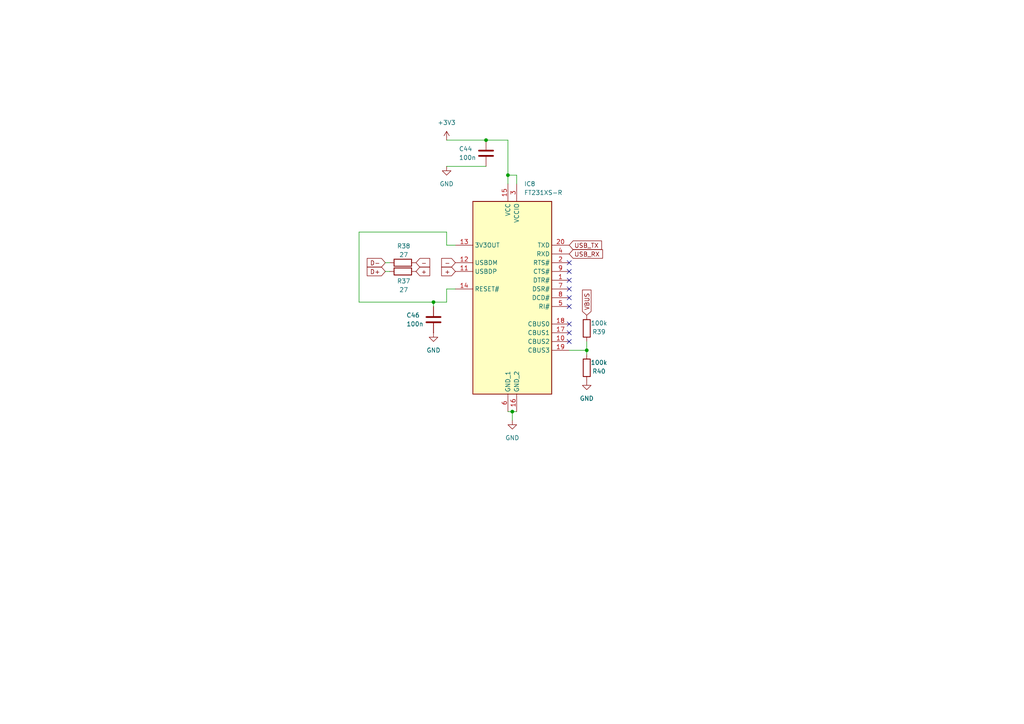
<source format=kicad_sch>
(kicad_sch
	(version 20250114)
	(generator "eeschema")
	(generator_version "9.0")
	(uuid "5513ef1e-82bd-4b5b-bce0-413c19297dca")
	(paper "A4")
	(title_block
		(title "AI Deputy")
		(date "2025-10-29")
		(rev "v0.1")
		(company "Area 42 & Albers-Online Psykologi")
		(comment 1 "SDU")
		(comment 2 "Expert In Teams Semester Project")
	)
	(lib_symbols
		(symbol "Device:C"
			(pin_numbers
				(hide yes)
			)
			(pin_names
				(offset 0.254)
			)
			(exclude_from_sim no)
			(in_bom yes)
			(on_board yes)
			(property "Reference" "C"
				(at 0.635 2.54 0)
				(effects
					(font
						(size 1.27 1.27)
					)
					(justify left)
				)
			)
			(property "Value" "C"
				(at 0.635 -2.54 0)
				(effects
					(font
						(size 1.27 1.27)
					)
					(justify left)
				)
			)
			(property "Footprint" ""
				(at 0.9652 -3.81 0)
				(effects
					(font
						(size 1.27 1.27)
					)
					(hide yes)
				)
			)
			(property "Datasheet" "~"
				(at 0 0 0)
				(effects
					(font
						(size 1.27 1.27)
					)
					(hide yes)
				)
			)
			(property "Description" "Unpolarized capacitor"
				(at 0 0 0)
				(effects
					(font
						(size 1.27 1.27)
					)
					(hide yes)
				)
			)
			(property "ki_keywords" "cap capacitor"
				(at 0 0 0)
				(effects
					(font
						(size 1.27 1.27)
					)
					(hide yes)
				)
			)
			(property "ki_fp_filters" "C_*"
				(at 0 0 0)
				(effects
					(font
						(size 1.27 1.27)
					)
					(hide yes)
				)
			)
			(symbol "C_0_1"
				(polyline
					(pts
						(xy -2.032 0.762) (xy 2.032 0.762)
					)
					(stroke
						(width 0.508)
						(type default)
					)
					(fill
						(type none)
					)
				)
				(polyline
					(pts
						(xy -2.032 -0.762) (xy 2.032 -0.762)
					)
					(stroke
						(width 0.508)
						(type default)
					)
					(fill
						(type none)
					)
				)
			)
			(symbol "C_1_1"
				(pin passive line
					(at 0 3.81 270)
					(length 2.794)
					(name "~"
						(effects
							(font
								(size 1.27 1.27)
							)
						)
					)
					(number "1"
						(effects
							(font
								(size 1.27 1.27)
							)
						)
					)
				)
				(pin passive line
					(at 0 -3.81 90)
					(length 2.794)
					(name "~"
						(effects
							(font
								(size 1.27 1.27)
							)
						)
					)
					(number "2"
						(effects
							(font
								(size 1.27 1.27)
							)
						)
					)
				)
			)
			(embedded_fonts no)
		)
		(symbol "Device:R"
			(pin_numbers
				(hide yes)
			)
			(pin_names
				(offset 0)
			)
			(exclude_from_sim no)
			(in_bom yes)
			(on_board yes)
			(property "Reference" "R"
				(at 2.032 0 90)
				(effects
					(font
						(size 1.27 1.27)
					)
				)
			)
			(property "Value" "R"
				(at 0 0 90)
				(effects
					(font
						(size 1.27 1.27)
					)
				)
			)
			(property "Footprint" ""
				(at -1.778 0 90)
				(effects
					(font
						(size 1.27 1.27)
					)
					(hide yes)
				)
			)
			(property "Datasheet" "~"
				(at 0 0 0)
				(effects
					(font
						(size 1.27 1.27)
					)
					(hide yes)
				)
			)
			(property "Description" "Resistor"
				(at 0 0 0)
				(effects
					(font
						(size 1.27 1.27)
					)
					(hide yes)
				)
			)
			(property "ki_keywords" "R res resistor"
				(at 0 0 0)
				(effects
					(font
						(size 1.27 1.27)
					)
					(hide yes)
				)
			)
			(property "ki_fp_filters" "R_*"
				(at 0 0 0)
				(effects
					(font
						(size 1.27 1.27)
					)
					(hide yes)
				)
			)
			(symbol "R_0_1"
				(rectangle
					(start -1.016 -2.54)
					(end 1.016 2.54)
					(stroke
						(width 0.254)
						(type default)
					)
					(fill
						(type none)
					)
				)
			)
			(symbol "R_1_1"
				(pin passive line
					(at 0 3.81 270)
					(length 1.27)
					(name "~"
						(effects
							(font
								(size 1.27 1.27)
							)
						)
					)
					(number "1"
						(effects
							(font
								(size 1.27 1.27)
							)
						)
					)
				)
				(pin passive line
					(at 0 -3.81 90)
					(length 1.27)
					(name "~"
						(effects
							(font
								(size 1.27 1.27)
							)
						)
					)
					(number "2"
						(effects
							(font
								(size 1.27 1.27)
							)
						)
					)
				)
			)
			(embedded_fonts no)
		)
		(symbol "FT231XS-R:FT231XS-R"
			(exclude_from_sim no)
			(in_bom yes)
			(on_board yes)
			(property "Reference" "IC"
				(at 29.21 17.78 0)
				(effects
					(font
						(size 1.27 1.27)
					)
					(justify left top)
				)
			)
			(property "Value" "FT231XS-R"
				(at 29.21 15.24 0)
				(effects
					(font
						(size 1.27 1.27)
					)
					(justify left top)
				)
			)
			(property "Footprint" "SOP64P599X175-20N"
				(at 29.21 -84.76 0)
				(effects
					(font
						(size 1.27 1.27)
					)
					(justify left top)
					(hide yes)
				)
			)
			(property "Datasheet" "https://datasheet.datasheetarchive.com/originals/distributors/Datasheets_SAMA/824938d1687833d6997706543241551a.pdf"
				(at 29.21 -184.76 0)
				(effects
					(font
						(size 1.27 1.27)
					)
					(justify left top)
					(hide yes)
				)
			)
			(property "Description" "FTDI Chip FT231XS-R, Interface RS232, RS422, RS485, SIE, UART 3MBd, 5 V, 20-pin, SSOP"
				(at 0 0 0)
				(effects
					(font
						(size 1.27 1.27)
					)
					(hide yes)
				)
			)
			(property "Height" "1.753"
				(at 29.21 -384.76 0)
				(effects
					(font
						(size 1.27 1.27)
					)
					(justify left top)
					(hide yes)
				)
			)
			(property "Mouser Part Number" "895-FT231XS-R"
				(at 29.21 -484.76 0)
				(effects
					(font
						(size 1.27 1.27)
					)
					(justify left top)
					(hide yes)
				)
			)
			(property "Mouser Price/Stock" "https://www.mouser.co.uk/ProductDetail/FTDI/FT231XS-R?qs=Gp1Yz1mis3WduRPsgrTbtg%3D%3D"
				(at 29.21 -584.76 0)
				(effects
					(font
						(size 1.27 1.27)
					)
					(justify left top)
					(hide yes)
				)
			)
			(property "Manufacturer_Name" "FTDI Chip"
				(at 29.21 -684.76 0)
				(effects
					(font
						(size 1.27 1.27)
					)
					(justify left top)
					(hide yes)
				)
			)
			(property "Manufacturer_Part_Number" "FT231XS-R"
				(at 29.21 -784.76 0)
				(effects
					(font
						(size 1.27 1.27)
					)
					(justify left top)
					(hide yes)
				)
			)
			(symbol "FT231XS-R_1_1"
				(rectangle
					(start 5.08 12.7)
					(end 27.94 -43.18)
					(stroke
						(width 0.254)
						(type default)
					)
					(fill
						(type background)
					)
				)
				(pin passive line
					(at 0 0 0)
					(length 5.08)
					(name "3V3OUT"
						(effects
							(font
								(size 1.27 1.27)
							)
						)
					)
					(number "13"
						(effects
							(font
								(size 1.27 1.27)
							)
						)
					)
				)
				(pin passive line
					(at 0 -5.08 0)
					(length 5.08)
					(name "USBDM"
						(effects
							(font
								(size 1.27 1.27)
							)
						)
					)
					(number "12"
						(effects
							(font
								(size 1.27 1.27)
							)
						)
					)
				)
				(pin passive line
					(at 0 -7.62 0)
					(length 5.08)
					(name "USBDP"
						(effects
							(font
								(size 1.27 1.27)
							)
						)
					)
					(number "11"
						(effects
							(font
								(size 1.27 1.27)
							)
						)
					)
				)
				(pin passive line
					(at 0 -12.7 0)
					(length 5.08)
					(name "RESET#"
						(effects
							(font
								(size 1.27 1.27)
							)
						)
					)
					(number "14"
						(effects
							(font
								(size 1.27 1.27)
							)
						)
					)
				)
				(pin passive line
					(at 15.24 17.78 270)
					(length 5.08)
					(name "VCC"
						(effects
							(font
								(size 1.27 1.27)
							)
						)
					)
					(number "15"
						(effects
							(font
								(size 1.27 1.27)
							)
						)
					)
				)
				(pin passive line
					(at 15.24 -48.26 90)
					(length 5.08)
					(name "GND_1"
						(effects
							(font
								(size 1.27 1.27)
							)
						)
					)
					(number "6"
						(effects
							(font
								(size 1.27 1.27)
							)
						)
					)
				)
				(pin passive line
					(at 17.78 17.78 270)
					(length 5.08)
					(name "VCCIO"
						(effects
							(font
								(size 1.27 1.27)
							)
						)
					)
					(number "3"
						(effects
							(font
								(size 1.27 1.27)
							)
						)
					)
				)
				(pin passive line
					(at 17.78 -48.26 90)
					(length 5.08)
					(name "GND_2"
						(effects
							(font
								(size 1.27 1.27)
							)
						)
					)
					(number "16"
						(effects
							(font
								(size 1.27 1.27)
							)
						)
					)
				)
				(pin passive line
					(at 33.02 0 180)
					(length 5.08)
					(name "TXD"
						(effects
							(font
								(size 1.27 1.27)
							)
						)
					)
					(number "20"
						(effects
							(font
								(size 1.27 1.27)
							)
						)
					)
				)
				(pin passive line
					(at 33.02 -2.54 180)
					(length 5.08)
					(name "RXD"
						(effects
							(font
								(size 1.27 1.27)
							)
						)
					)
					(number "4"
						(effects
							(font
								(size 1.27 1.27)
							)
						)
					)
				)
				(pin passive line
					(at 33.02 -5.08 180)
					(length 5.08)
					(name "RTS#"
						(effects
							(font
								(size 1.27 1.27)
							)
						)
					)
					(number "2"
						(effects
							(font
								(size 1.27 1.27)
							)
						)
					)
				)
				(pin passive line
					(at 33.02 -7.62 180)
					(length 5.08)
					(name "CTS#"
						(effects
							(font
								(size 1.27 1.27)
							)
						)
					)
					(number "9"
						(effects
							(font
								(size 1.27 1.27)
							)
						)
					)
				)
				(pin passive line
					(at 33.02 -10.16 180)
					(length 5.08)
					(name "DTR#"
						(effects
							(font
								(size 1.27 1.27)
							)
						)
					)
					(number "1"
						(effects
							(font
								(size 1.27 1.27)
							)
						)
					)
				)
				(pin passive line
					(at 33.02 -12.7 180)
					(length 5.08)
					(name "DSR#"
						(effects
							(font
								(size 1.27 1.27)
							)
						)
					)
					(number "7"
						(effects
							(font
								(size 1.27 1.27)
							)
						)
					)
				)
				(pin passive line
					(at 33.02 -15.24 180)
					(length 5.08)
					(name "DCD#"
						(effects
							(font
								(size 1.27 1.27)
							)
						)
					)
					(number "8"
						(effects
							(font
								(size 1.27 1.27)
							)
						)
					)
				)
				(pin passive line
					(at 33.02 -17.78 180)
					(length 5.08)
					(name "RI#"
						(effects
							(font
								(size 1.27 1.27)
							)
						)
					)
					(number "5"
						(effects
							(font
								(size 1.27 1.27)
							)
						)
					)
				)
				(pin passive line
					(at 33.02 -22.86 180)
					(length 5.08)
					(name "CBUS0"
						(effects
							(font
								(size 1.27 1.27)
							)
						)
					)
					(number "18"
						(effects
							(font
								(size 1.27 1.27)
							)
						)
					)
				)
				(pin passive line
					(at 33.02 -25.4 180)
					(length 5.08)
					(name "CBUS1"
						(effects
							(font
								(size 1.27 1.27)
							)
						)
					)
					(number "17"
						(effects
							(font
								(size 1.27 1.27)
							)
						)
					)
				)
				(pin passive line
					(at 33.02 -27.94 180)
					(length 5.08)
					(name "CBUS2"
						(effects
							(font
								(size 1.27 1.27)
							)
						)
					)
					(number "10"
						(effects
							(font
								(size 1.27 1.27)
							)
						)
					)
				)
				(pin passive line
					(at 33.02 -30.48 180)
					(length 5.08)
					(name "CBUS3"
						(effects
							(font
								(size 1.27 1.27)
							)
						)
					)
					(number "19"
						(effects
							(font
								(size 1.27 1.27)
							)
						)
					)
				)
			)
			(embedded_fonts no)
		)
		(symbol "power:+3V3"
			(power)
			(pin_numbers
				(hide yes)
			)
			(pin_names
				(offset 0)
				(hide yes)
			)
			(exclude_from_sim no)
			(in_bom yes)
			(on_board yes)
			(property "Reference" "#PWR"
				(at 0 -3.81 0)
				(effects
					(font
						(size 1.27 1.27)
					)
					(hide yes)
				)
			)
			(property "Value" "+3V3"
				(at 0 3.556 0)
				(effects
					(font
						(size 1.27 1.27)
					)
				)
			)
			(property "Footprint" ""
				(at 0 0 0)
				(effects
					(font
						(size 1.27 1.27)
					)
					(hide yes)
				)
			)
			(property "Datasheet" ""
				(at 0 0 0)
				(effects
					(font
						(size 1.27 1.27)
					)
					(hide yes)
				)
			)
			(property "Description" "Power symbol creates a global label with name \"+3V3\""
				(at 0 0 0)
				(effects
					(font
						(size 1.27 1.27)
					)
					(hide yes)
				)
			)
			(property "ki_keywords" "global power"
				(at 0 0 0)
				(effects
					(font
						(size 1.27 1.27)
					)
					(hide yes)
				)
			)
			(symbol "+3V3_0_1"
				(polyline
					(pts
						(xy -0.762 1.27) (xy 0 2.54)
					)
					(stroke
						(width 0)
						(type default)
					)
					(fill
						(type none)
					)
				)
				(polyline
					(pts
						(xy 0 2.54) (xy 0.762 1.27)
					)
					(stroke
						(width 0)
						(type default)
					)
					(fill
						(type none)
					)
				)
				(polyline
					(pts
						(xy 0 0) (xy 0 2.54)
					)
					(stroke
						(width 0)
						(type default)
					)
					(fill
						(type none)
					)
				)
			)
			(symbol "+3V3_1_1"
				(pin power_in line
					(at 0 0 90)
					(length 0)
					(name "~"
						(effects
							(font
								(size 1.27 1.27)
							)
						)
					)
					(number "1"
						(effects
							(font
								(size 1.27 1.27)
							)
						)
					)
				)
			)
			(embedded_fonts no)
		)
		(symbol "power:GND"
			(power)
			(pin_numbers
				(hide yes)
			)
			(pin_names
				(offset 0)
				(hide yes)
			)
			(exclude_from_sim no)
			(in_bom yes)
			(on_board yes)
			(property "Reference" "#PWR"
				(at 0 -6.35 0)
				(effects
					(font
						(size 1.27 1.27)
					)
					(hide yes)
				)
			)
			(property "Value" "GND"
				(at 0 -3.81 0)
				(effects
					(font
						(size 1.27 1.27)
					)
				)
			)
			(property "Footprint" ""
				(at 0 0 0)
				(effects
					(font
						(size 1.27 1.27)
					)
					(hide yes)
				)
			)
			(property "Datasheet" ""
				(at 0 0 0)
				(effects
					(font
						(size 1.27 1.27)
					)
					(hide yes)
				)
			)
			(property "Description" "Power symbol creates a global label with name \"GND\" , ground"
				(at 0 0 0)
				(effects
					(font
						(size 1.27 1.27)
					)
					(hide yes)
				)
			)
			(property "ki_keywords" "global power"
				(at 0 0 0)
				(effects
					(font
						(size 1.27 1.27)
					)
					(hide yes)
				)
			)
			(symbol "GND_0_1"
				(polyline
					(pts
						(xy 0 0) (xy 0 -1.27) (xy 1.27 -1.27) (xy 0 -2.54) (xy -1.27 -1.27) (xy 0 -1.27)
					)
					(stroke
						(width 0)
						(type default)
					)
					(fill
						(type none)
					)
				)
			)
			(symbol "GND_1_1"
				(pin power_in line
					(at 0 0 270)
					(length 0)
					(name "~"
						(effects
							(font
								(size 1.27 1.27)
							)
						)
					)
					(number "1"
						(effects
							(font
								(size 1.27 1.27)
							)
						)
					)
				)
			)
			(embedded_fonts no)
		)
	)
	(junction
		(at 140.97 40.64)
		(diameter 0)
		(color 0 0 0 0)
		(uuid "23825957-96b9-4691-9595-7d495a127895")
	)
	(junction
		(at 148.59 119.38)
		(diameter 0)
		(color 0 0 0 0)
		(uuid "44a160a8-231f-4d83-803a-6bfc826dd8e1")
	)
	(junction
		(at 147.32 50.8)
		(diameter 0)
		(color 0 0 0 0)
		(uuid "5d061eaf-f1ba-4f46-bd0e-b8bb70f13334")
	)
	(junction
		(at 125.73 87.63)
		(diameter 0)
		(color 0 0 0 0)
		(uuid "85d0e1a0-b719-42dc-8ae9-588387f12401")
	)
	(junction
		(at 170.18 101.6)
		(diameter 0)
		(color 0 0 0 0)
		(uuid "f5a8f52e-cc83-483f-8ee9-4bae99c10c5e")
	)
	(no_connect
		(at 165.1 78.74)
		(uuid "046adbce-6163-4da2-aacc-decb98f456e8")
	)
	(no_connect
		(at 165.1 83.82)
		(uuid "062c764f-5568-4c8e-a36b-680dd02162b3")
	)
	(no_connect
		(at 165.1 93.98)
		(uuid "25421697-b382-4999-bbfd-d21e25e99bc4")
	)
	(no_connect
		(at 165.1 88.9)
		(uuid "321f64f5-e879-4666-87a5-8a5576829a1f")
	)
	(no_connect
		(at 165.1 96.52)
		(uuid "433cc0cb-f079-49f5-b807-f331c36764d5")
	)
	(no_connect
		(at 165.1 76.2)
		(uuid "91de73c1-85b1-45e0-bea9-edfa62406ac0")
	)
	(no_connect
		(at 165.1 81.28)
		(uuid "a69c886b-5849-4e05-b39a-5c532f56001b")
	)
	(no_connect
		(at 165.1 86.36)
		(uuid "b1493e44-ed70-4c10-a95d-d420f9a9d97c")
	)
	(no_connect
		(at 165.1 99.06)
		(uuid "f70fbb67-e502-49b5-a757-7958eb36f3e0")
	)
	(wire
		(pts
			(xy 129.54 48.26) (xy 140.97 48.26)
		)
		(stroke
			(width 0)
			(type default)
		)
		(uuid "041e1889-0670-4818-97ac-ad8fe2003ca5")
	)
	(wire
		(pts
			(xy 129.54 83.82) (xy 132.08 83.82)
		)
		(stroke
			(width 0)
			(type default)
		)
		(uuid "151161b1-fb94-4e6f-840e-1bb2d64e5c0d")
	)
	(wire
		(pts
			(xy 129.54 40.64) (xy 140.97 40.64)
		)
		(stroke
			(width 0)
			(type default)
		)
		(uuid "1aa3198e-e2dd-4dda-9601-eb1ecbda6073")
	)
	(wire
		(pts
			(xy 149.86 50.8) (xy 149.86 53.34)
		)
		(stroke
			(width 0)
			(type default)
		)
		(uuid "32ebdde9-0d6b-4519-90fe-4e309063c215")
	)
	(wire
		(pts
			(xy 111.76 76.2) (xy 113.03 76.2)
		)
		(stroke
			(width 0)
			(type default)
		)
		(uuid "411089bd-1e6c-4ff8-bba4-8dacf63d45a9")
	)
	(wire
		(pts
			(xy 148.59 121.92) (xy 148.59 119.38)
		)
		(stroke
			(width 0)
			(type default)
		)
		(uuid "62aa9136-f42e-4d6f-8737-28fb578d5618")
	)
	(wire
		(pts
			(xy 148.59 119.38) (xy 149.86 119.38)
		)
		(stroke
			(width 0)
			(type default)
		)
		(uuid "66b2e758-859f-4ebc-8c07-a9ad91dfe065")
	)
	(wire
		(pts
			(xy 129.54 67.31) (xy 104.14 67.31)
		)
		(stroke
			(width 0)
			(type default)
		)
		(uuid "689208b1-fc5d-4c05-9c66-603dda42534e")
	)
	(wire
		(pts
			(xy 147.32 40.64) (xy 147.32 50.8)
		)
		(stroke
			(width 0)
			(type default)
		)
		(uuid "7212b32a-78ef-4762-a4be-66b50ee013c2")
	)
	(wire
		(pts
			(xy 129.54 87.63) (xy 129.54 83.82)
		)
		(stroke
			(width 0)
			(type default)
		)
		(uuid "784a4118-bfa1-4d25-8d79-6ab7a5bf4d45")
	)
	(wire
		(pts
			(xy 129.54 71.12) (xy 129.54 67.31)
		)
		(stroke
			(width 0)
			(type default)
		)
		(uuid "aa583cbd-4031-446c-9191-70b0fb62aaf3")
	)
	(wire
		(pts
			(xy 104.14 87.63) (xy 125.73 87.63)
		)
		(stroke
			(width 0)
			(type default)
		)
		(uuid "aaf9bf6f-0e58-486f-913a-76508909d79c")
	)
	(wire
		(pts
			(xy 125.73 87.63) (xy 125.73 88.9)
		)
		(stroke
			(width 0)
			(type default)
		)
		(uuid "b6ca1c51-dc9f-40ec-bc45-46f891116d89")
	)
	(wire
		(pts
			(xy 170.18 99.06) (xy 170.18 101.6)
		)
		(stroke
			(width 0)
			(type default)
		)
		(uuid "b70b975f-7fe6-49aa-8b15-3503adc1ae00")
	)
	(wire
		(pts
			(xy 125.73 87.63) (xy 129.54 87.63)
		)
		(stroke
			(width 0)
			(type default)
		)
		(uuid "bf416c72-45b2-4cd5-a8dc-190e83694b1f")
	)
	(wire
		(pts
			(xy 104.14 67.31) (xy 104.14 87.63)
		)
		(stroke
			(width 0)
			(type default)
		)
		(uuid "ca7072ec-a1ac-4456-96eb-7ec5acb17815")
	)
	(wire
		(pts
			(xy 170.18 101.6) (xy 170.18 102.87)
		)
		(stroke
			(width 0)
			(type default)
		)
		(uuid "ce40a0e3-3fbf-4715-80e6-242803f4f904")
	)
	(wire
		(pts
			(xy 147.32 50.8) (xy 147.32 53.34)
		)
		(stroke
			(width 0)
			(type default)
		)
		(uuid "d0ae4aff-9ee3-4b39-9c13-7f2216232c52")
	)
	(wire
		(pts
			(xy 132.08 71.12) (xy 129.54 71.12)
		)
		(stroke
			(width 0)
			(type default)
		)
		(uuid "d650fc1b-a360-4ebc-8e8d-0222771a6506")
	)
	(wire
		(pts
			(xy 111.76 78.74) (xy 113.03 78.74)
		)
		(stroke
			(width 0)
			(type default)
		)
		(uuid "e24bdce8-7e2f-4b57-95e6-7f08c1dc5807")
	)
	(wire
		(pts
			(xy 147.32 50.8) (xy 149.86 50.8)
		)
		(stroke
			(width 0)
			(type default)
		)
		(uuid "e6a89c6d-c150-4bc9-adee-45edfa08125b")
	)
	(wire
		(pts
			(xy 148.59 119.38) (xy 147.32 119.38)
		)
		(stroke
			(width 0)
			(type default)
		)
		(uuid "eda4173d-d3ce-4ccc-9950-2604dd2f9ad3")
	)
	(wire
		(pts
			(xy 170.18 101.6) (xy 165.1 101.6)
		)
		(stroke
			(width 0)
			(type default)
		)
		(uuid "f203b1c0-c677-4543-a3e5-2709f87f3ad6")
	)
	(wire
		(pts
			(xy 140.97 40.64) (xy 147.32 40.64)
		)
		(stroke
			(width 0)
			(type default)
		)
		(uuid "fa46aaf3-3261-4157-97d2-4a6ea03a3bf7")
	)
	(global_label "-"
		(shape input)
		(at 132.08 76.2 180)
		(fields_autoplaced yes)
		(effects
			(font
				(size 1.27 1.27)
			)
			(justify right)
		)
		(uuid "00ce5f79-64a2-4583-8dc5-3a75923d49e9")
		(property "Intersheetrefs" "${INTERSHEET_REFS}"
			(at 127.5224 76.2 0)
			(effects
				(font
					(size 1.27 1.27)
				)
				(justify right)
				(hide yes)
			)
		)
	)
	(global_label "+"
		(shape input)
		(at 120.65 78.74 0)
		(fields_autoplaced yes)
		(effects
			(font
				(size 1.27 1.27)
			)
			(justify left)
		)
		(uuid "13292f84-4090-4d84-ae7a-2120b7385513")
		(property "Intersheetrefs" "${INTERSHEET_REFS}"
			(at 125.2076 78.74 0)
			(effects
				(font
					(size 1.27 1.27)
				)
				(justify left)
				(hide yes)
			)
		)
	)
	(global_label "-"
		(shape input)
		(at 120.65 76.2 0)
		(fields_autoplaced yes)
		(effects
			(font
				(size 1.27 1.27)
			)
			(justify left)
		)
		(uuid "1c5a6fcd-0cb5-4464-9f09-59f7c66b8667")
		(property "Intersheetrefs" "${INTERSHEET_REFS}"
			(at 125.2076 76.2 0)
			(effects
				(font
					(size 1.27 1.27)
				)
				(justify left)
				(hide yes)
			)
		)
	)
	(global_label "D-"
		(shape input)
		(at 111.76 76.2 180)
		(fields_autoplaced yes)
		(effects
			(font
				(size 1.27 1.27)
			)
			(justify right)
		)
		(uuid "21f3cf6c-6d7d-4d82-b0be-d6a1f5627292")
		(property "Intersheetrefs" "${INTERSHEET_REFS}"
			(at 105.9324 76.2 0)
			(effects
				(font
					(size 1.27 1.27)
				)
				(justify right)
				(hide yes)
			)
		)
	)
	(global_label "VBUS"
		(shape input)
		(at 170.18 91.44 90)
		(fields_autoplaced yes)
		(effects
			(font
				(size 1.27 1.27)
			)
			(justify left)
		)
		(uuid "4bf6e537-a5bf-4e5e-9ba6-bdc412227484")
		(property "Intersheetrefs" "${INTERSHEET_REFS}"
			(at 170.18 83.5562 90)
			(effects
				(font
					(size 1.27 1.27)
				)
				(justify left)
				(hide yes)
			)
		)
	)
	(global_label "USB_TX"
		(shape input)
		(at 165.1 71.12 0)
		(fields_autoplaced yes)
		(effects
			(font
				(size 1.27 1.27)
			)
			(justify left)
		)
		(uuid "61f7a1e3-4fa3-48ee-89ca-c2af4cba5c7d")
		(property "Intersheetrefs" "${INTERSHEET_REFS}"
			(at 175.0399 71.12 0)
			(effects
				(font
					(size 1.27 1.27)
				)
				(justify left)
				(hide yes)
			)
		)
	)
	(global_label "+"
		(shape input)
		(at 132.08 78.74 180)
		(fields_autoplaced yes)
		(effects
			(font
				(size 1.27 1.27)
			)
			(justify right)
		)
		(uuid "6b8b56f8-57d9-4698-a54a-e3e446b448ac")
		(property "Intersheetrefs" "${INTERSHEET_REFS}"
			(at 127.5224 78.74 0)
			(effects
				(font
					(size 1.27 1.27)
				)
				(justify right)
				(hide yes)
			)
		)
	)
	(global_label "D+"
		(shape input)
		(at 111.76 78.74 180)
		(fields_autoplaced yes)
		(effects
			(font
				(size 1.27 1.27)
			)
			(justify right)
		)
		(uuid "934d6444-881b-4b45-858f-e6178e30f865")
		(property "Intersheetrefs" "${INTERSHEET_REFS}"
			(at 105.9324 78.74 0)
			(effects
				(font
					(size 1.27 1.27)
				)
				(justify right)
				(hide yes)
			)
		)
	)
	(global_label "USB_RX"
		(shape input)
		(at 165.1 73.66 0)
		(fields_autoplaced yes)
		(effects
			(font
				(size 1.27 1.27)
			)
			(justify left)
		)
		(uuid "cc9b719a-ccf8-43cc-9c8a-8a54632fff74")
		(property "Intersheetrefs" "${INTERSHEET_REFS}"
			(at 175.3423 73.66 0)
			(effects
				(font
					(size 1.27 1.27)
				)
				(justify left)
				(hide yes)
			)
		)
	)
	(symbol
		(lib_id "Device:C")
		(at 125.73 92.71 0)
		(unit 1)
		(exclude_from_sim no)
		(in_bom yes)
		(on_board yes)
		(dnp no)
		(uuid "044c4c7d-2259-40eb-952b-947ce06d5302")
		(property "Reference" "C46"
			(at 117.856 91.44 0)
			(effects
				(font
					(size 1.27 1.27)
				)
				(justify left)
			)
		)
		(property "Value" "100n"
			(at 117.856 93.98 0)
			(effects
				(font
					(size 1.27 1.27)
				)
				(justify left)
			)
		)
		(property "Footprint" "Capacitor_SMD:C_0805_2012Metric_Pad1.18x1.45mm_HandSolder"
			(at 126.6952 96.52 0)
			(effects
				(font
					(size 1.27 1.27)
				)
				(hide yes)
			)
		)
		(property "Datasheet" "~"
			(at 125.73 92.71 0)
			(effects
				(font
					(size 1.27 1.27)
				)
				(hide yes)
			)
		)
		(property "Description" "Unpolarized capacitor"
			(at 125.73 92.71 0)
			(effects
				(font
					(size 1.27 1.27)
				)
				(hide yes)
			)
		)
		(pin "2"
			(uuid "1b690f24-d57e-4cd9-b0fa-1a04c7d18655")
		)
		(pin "1"
			(uuid "74f9abf1-3b2b-462b-b14f-15471b94c41e")
		)
		(instances
			(project "AI_deputy_PCB"
				(path "/3784b751-4d5b-4452-8288-14e483e1cb48/87f65698-0461-47ba-97ee-9540500b8d33"
					(reference "C46")
					(unit 1)
				)
			)
		)
	)
	(symbol
		(lib_id "power:GND")
		(at 125.73 96.52 0)
		(unit 1)
		(exclude_from_sim no)
		(in_bom yes)
		(on_board yes)
		(dnp no)
		(fields_autoplaced yes)
		(uuid "0554eeba-3f59-47c9-a11a-9a394cf15efe")
		(property "Reference" "#PWR05"
			(at 125.73 102.87 0)
			(effects
				(font
					(size 1.27 1.27)
				)
				(hide yes)
			)
		)
		(property "Value" "GND"
			(at 125.73 101.6 0)
			(effects
				(font
					(size 1.27 1.27)
				)
			)
		)
		(property "Footprint" ""
			(at 125.73 96.52 0)
			(effects
				(font
					(size 1.27 1.27)
				)
				(hide yes)
			)
		)
		(property "Datasheet" ""
			(at 125.73 96.52 0)
			(effects
				(font
					(size 1.27 1.27)
				)
				(hide yes)
			)
		)
		(property "Description" "Power symbol creates a global label with name \"GND\" , ground"
			(at 125.73 96.52 0)
			(effects
				(font
					(size 1.27 1.27)
				)
				(hide yes)
			)
		)
		(pin "1"
			(uuid "0f8a5323-a16a-41e5-b2fb-ed51fea1192e")
		)
		(instances
			(project "AI_deputy_PCB"
				(path "/3784b751-4d5b-4452-8288-14e483e1cb48/87f65698-0461-47ba-97ee-9540500b8d33"
					(reference "#PWR05")
					(unit 1)
				)
			)
		)
	)
	(symbol
		(lib_id "power:GND")
		(at 148.59 121.92 0)
		(unit 1)
		(exclude_from_sim no)
		(in_bom yes)
		(on_board yes)
		(dnp no)
		(fields_autoplaced yes)
		(uuid "26fbae52-b30a-4cae-b224-28261638455c")
		(property "Reference" "#PWR04"
			(at 148.59 128.27 0)
			(effects
				(font
					(size 1.27 1.27)
				)
				(hide yes)
			)
		)
		(property "Value" "GND"
			(at 148.59 127 0)
			(effects
				(font
					(size 1.27 1.27)
				)
			)
		)
		(property "Footprint" ""
			(at 148.59 121.92 0)
			(effects
				(font
					(size 1.27 1.27)
				)
				(hide yes)
			)
		)
		(property "Datasheet" ""
			(at 148.59 121.92 0)
			(effects
				(font
					(size 1.27 1.27)
				)
				(hide yes)
			)
		)
		(property "Description" "Power symbol creates a global label with name \"GND\" , ground"
			(at 148.59 121.92 0)
			(effects
				(font
					(size 1.27 1.27)
				)
				(hide yes)
			)
		)
		(pin "1"
			(uuid "d3eead81-c694-411e-b37b-8e8f77730528")
		)
		(instances
			(project ""
				(path "/3784b751-4d5b-4452-8288-14e483e1cb48/87f65698-0461-47ba-97ee-9540500b8d33"
					(reference "#PWR04")
					(unit 1)
				)
			)
		)
	)
	(symbol
		(lib_id "Device:R")
		(at 170.18 95.25 180)
		(unit 1)
		(exclude_from_sim no)
		(in_bom yes)
		(on_board yes)
		(dnp no)
		(uuid "6b3f1d72-1b7a-43b0-9dd8-2aa8b600d66a")
		(property "Reference" "R39"
			(at 173.736 96.266 0)
			(effects
				(font
					(size 1.27 1.27)
				)
			)
		)
		(property "Value" "100k"
			(at 173.736 93.726 0)
			(effects
				(font
					(size 1.27 1.27)
				)
			)
		)
		(property "Footprint" "Resistor_SMD:R_0805_2012Metric_Pad1.20x1.40mm_HandSolder"
			(at 171.958 95.25 90)
			(effects
				(font
					(size 1.27 1.27)
				)
				(hide yes)
			)
		)
		(property "Datasheet" "~"
			(at 170.18 95.25 0)
			(effects
				(font
					(size 1.27 1.27)
				)
				(hide yes)
			)
		)
		(property "Description" "Resistor"
			(at 170.18 95.25 0)
			(effects
				(font
					(size 1.27 1.27)
				)
				(hide yes)
			)
		)
		(pin "2"
			(uuid "f3eec57d-b588-4021-9247-c7882947059c")
		)
		(pin "1"
			(uuid "391181ca-af81-4a97-9583-9574b8c58c43")
		)
		(instances
			(project "AI_deputy_PCB"
				(path "/3784b751-4d5b-4452-8288-14e483e1cb48/87f65698-0461-47ba-97ee-9540500b8d33"
					(reference "R39")
					(unit 1)
				)
			)
		)
	)
	(symbol
		(lib_id "power:+3V3")
		(at 129.54 40.64 0)
		(unit 1)
		(exclude_from_sim no)
		(in_bom yes)
		(on_board yes)
		(dnp no)
		(fields_autoplaced yes)
		(uuid "7c8848ea-6943-44c8-b497-a42c8891568a")
		(property "Reference" "#PWR0107"
			(at 129.54 44.45 0)
			(effects
				(font
					(size 1.27 1.27)
				)
				(hide yes)
			)
		)
		(property "Value" "+3V3"
			(at 129.54 35.56 0)
			(effects
				(font
					(size 1.27 1.27)
				)
			)
		)
		(property "Footprint" ""
			(at 129.54 40.64 0)
			(effects
				(font
					(size 1.27 1.27)
				)
				(hide yes)
			)
		)
		(property "Datasheet" ""
			(at 129.54 40.64 0)
			(effects
				(font
					(size 1.27 1.27)
				)
				(hide yes)
			)
		)
		(property "Description" "Power symbol creates a global label with name \"+3V3\""
			(at 129.54 40.64 0)
			(effects
				(font
					(size 1.27 1.27)
				)
				(hide yes)
			)
		)
		(pin "1"
			(uuid "d43bcf8a-0733-43fd-b334-6fe34191aeb9")
		)
		(instances
			(project ""
				(path "/3784b751-4d5b-4452-8288-14e483e1cb48/87f65698-0461-47ba-97ee-9540500b8d33"
					(reference "#PWR0107")
					(unit 1)
				)
			)
		)
	)
	(symbol
		(lib_id "Device:R")
		(at 116.84 78.74 90)
		(unit 1)
		(exclude_from_sim no)
		(in_bom yes)
		(on_board yes)
		(dnp no)
		(uuid "7f7e4226-d639-4849-98fd-64ffe5bd3e88")
		(property "Reference" "R37"
			(at 117.094 81.534 90)
			(effects
				(font
					(size 1.27 1.27)
				)
			)
		)
		(property "Value" "27"
			(at 117.094 84.074 90)
			(effects
				(font
					(size 1.27 1.27)
				)
			)
		)
		(property "Footprint" "Resistor_SMD:R_0805_2012Metric_Pad1.20x1.40mm_HandSolder"
			(at 116.84 80.518 90)
			(effects
				(font
					(size 1.27 1.27)
				)
				(hide yes)
			)
		)
		(property "Datasheet" "~"
			(at 116.84 78.74 0)
			(effects
				(font
					(size 1.27 1.27)
				)
				(hide yes)
			)
		)
		(property "Description" "Resistor"
			(at 116.84 78.74 0)
			(effects
				(font
					(size 1.27 1.27)
				)
				(hide yes)
			)
		)
		(pin "2"
			(uuid "7f664fa5-99ee-455d-afe8-a649eb35eefb")
		)
		(pin "1"
			(uuid "207e3381-4214-4151-92da-53a217e15220")
		)
		(instances
			(project ""
				(path "/3784b751-4d5b-4452-8288-14e483e1cb48/87f65698-0461-47ba-97ee-9540500b8d33"
					(reference "R37")
					(unit 1)
				)
			)
		)
	)
	(symbol
		(lib_id "Device:C")
		(at 140.97 44.45 0)
		(unit 1)
		(exclude_from_sim no)
		(in_bom yes)
		(on_board yes)
		(dnp no)
		(uuid "8c116cc6-fc05-4a0b-937a-35ca81015278")
		(property "Reference" "C44"
			(at 133.096 43.18 0)
			(effects
				(font
					(size 1.27 1.27)
				)
				(justify left)
			)
		)
		(property "Value" "100n"
			(at 133.096 45.72 0)
			(effects
				(font
					(size 1.27 1.27)
				)
				(justify left)
			)
		)
		(property "Footprint" "Capacitor_SMD:C_0805_2012Metric_Pad1.18x1.45mm_HandSolder"
			(at 141.9352 48.26 0)
			(effects
				(font
					(size 1.27 1.27)
				)
				(hide yes)
			)
		)
		(property "Datasheet" "~"
			(at 140.97 44.45 0)
			(effects
				(font
					(size 1.27 1.27)
				)
				(hide yes)
			)
		)
		(property "Description" "Unpolarized capacitor"
			(at 140.97 44.45 0)
			(effects
				(font
					(size 1.27 1.27)
				)
				(hide yes)
			)
		)
		(pin "2"
			(uuid "81172b07-ab1e-4dd7-a1e8-3ba411db5714")
		)
		(pin "1"
			(uuid "bd05bb87-28dc-44ca-b1d0-e1fc69ffdb8c")
		)
		(instances
			(project "AI_deputy_PCB"
				(path "/3784b751-4d5b-4452-8288-14e483e1cb48/87f65698-0461-47ba-97ee-9540500b8d33"
					(reference "C44")
					(unit 1)
				)
			)
		)
	)
	(symbol
		(lib_id "power:GND")
		(at 170.18 110.49 0)
		(unit 1)
		(exclude_from_sim no)
		(in_bom yes)
		(on_board yes)
		(dnp no)
		(fields_autoplaced yes)
		(uuid "8f2c0ca3-966e-4b3b-a595-925126d2c528")
		(property "Reference" "#PWR0108"
			(at 170.18 116.84 0)
			(effects
				(font
					(size 1.27 1.27)
				)
				(hide yes)
			)
		)
		(property "Value" "GND"
			(at 170.18 115.57 0)
			(effects
				(font
					(size 1.27 1.27)
				)
			)
		)
		(property "Footprint" ""
			(at 170.18 110.49 0)
			(effects
				(font
					(size 1.27 1.27)
				)
				(hide yes)
			)
		)
		(property "Datasheet" ""
			(at 170.18 110.49 0)
			(effects
				(font
					(size 1.27 1.27)
				)
				(hide yes)
			)
		)
		(property "Description" "Power symbol creates a global label with name \"GND\" , ground"
			(at 170.18 110.49 0)
			(effects
				(font
					(size 1.27 1.27)
				)
				(hide yes)
			)
		)
		(pin "1"
			(uuid "6480d8e4-eac9-4544-b799-74d841aa6a0e")
		)
		(instances
			(project "AI_deputy_PCB"
				(path "/3784b751-4d5b-4452-8288-14e483e1cb48/87f65698-0461-47ba-97ee-9540500b8d33"
					(reference "#PWR0108")
					(unit 1)
				)
			)
		)
	)
	(symbol
		(lib_id "FT231XS-R:FT231XS-R")
		(at 132.08 71.12 0)
		(unit 1)
		(exclude_from_sim no)
		(in_bom yes)
		(on_board yes)
		(dnp no)
		(fields_autoplaced yes)
		(uuid "a334300f-45ec-4b36-85f5-a5fb3c3c3e01")
		(property "Reference" "IC8"
			(at 152.0033 53.34 0)
			(effects
				(font
					(size 1.27 1.27)
				)
				(justify left)
			)
		)
		(property "Value" "FT231XS-R"
			(at 152.0033 55.88 0)
			(effects
				(font
					(size 1.27 1.27)
				)
				(justify left)
			)
		)
		(property "Footprint" "EXT_AI_DEPUTY_Library:SOP64P599X175-20N"
			(at 161.29 155.88 0)
			(effects
				(font
					(size 1.27 1.27)
				)
				(justify left top)
				(hide yes)
			)
		)
		(property "Datasheet" "https://datasheet.datasheetarchive.com/originals/distributors/Datasheets_SAMA/824938d1687833d6997706543241551a.pdf"
			(at 161.29 255.88 0)
			(effects
				(font
					(size 1.27 1.27)
				)
				(justify left top)
				(hide yes)
			)
		)
		(property "Description" "FTDI Chip FT231XS-R, Interface RS232, RS422, RS485, SIE, UART 3MBd, 5 V, 20-pin, SSOP"
			(at 132.08 71.12 0)
			(effects
				(font
					(size 1.27 1.27)
				)
				(hide yes)
			)
		)
		(property "Height" "1.753"
			(at 161.29 455.88 0)
			(effects
				(font
					(size 1.27 1.27)
				)
				(justify left top)
				(hide yes)
			)
		)
		(property "Mouser Part Number" "895-FT231XS-R"
			(at 161.29 555.88 0)
			(effects
				(font
					(size 1.27 1.27)
				)
				(justify left top)
				(hide yes)
			)
		)
		(property "Mouser Price/Stock" "https://www.mouser.co.uk/ProductDetail/FTDI/FT231XS-R?qs=Gp1Yz1mis3WduRPsgrTbtg%3D%3D"
			(at 161.29 655.88 0)
			(effects
				(font
					(size 1.27 1.27)
				)
				(justify left top)
				(hide yes)
			)
		)
		(property "Manufacturer_Name" "FTDI Chip"
			(at 161.29 755.88 0)
			(effects
				(font
					(size 1.27 1.27)
				)
				(justify left top)
				(hide yes)
			)
		)
		(property "Manufacturer_Part_Number" "FT231XS-R"
			(at 161.29 855.88 0)
			(effects
				(font
					(size 1.27 1.27)
				)
				(justify left top)
				(hide yes)
			)
		)
		(pin "12"
			(uuid "0ce6f208-ea48-42f0-8d55-14a7bf0eefd5")
		)
		(pin "18"
			(uuid "1b2439f3-291e-4013-be1d-89308c0a4ff3")
		)
		(pin "15"
			(uuid "d1eefe15-be04-45d8-bb47-beaa5421e6f6")
		)
		(pin "8"
			(uuid "db324d5f-38ed-406f-a704-9ff0a8a485bf")
		)
		(pin "16"
			(uuid "b41fc6fa-05a8-42f9-a1f4-a4360f38d33a")
		)
		(pin "9"
			(uuid "803b4295-3fc1-4a5c-9ae9-2346af2c7e22")
		)
		(pin "1"
			(uuid "7c288d3f-a737-440d-875a-9799a55d16c1")
		)
		(pin "6"
			(uuid "72c27aa9-4ee2-47a3-81dd-999f0f7832e5")
		)
		(pin "11"
			(uuid "2d033bff-adc4-4419-bf57-ac0cf7ba428d")
		)
		(pin "19"
			(uuid "5d32f828-6933-4770-a6d9-1861c75a1ff1")
		)
		(pin "13"
			(uuid "f88bd621-d793-437b-8f77-724554ae0a4f")
		)
		(pin "3"
			(uuid "ab59fe1e-b624-424b-a1f4-4fbd727a20f6")
		)
		(pin "17"
			(uuid "36fd4966-d889-4da4-b91c-2c2be0298f19")
		)
		(pin "10"
			(uuid "274f2591-2ccf-4c27-b138-0abad3ed6814")
		)
		(pin "2"
			(uuid "0056db40-a412-41d2-b20c-b8b351518a10")
		)
		(pin "4"
			(uuid "64c6d889-181e-448b-be09-d09c80a94e14")
		)
		(pin "7"
			(uuid "d60f78e0-4cdd-4818-a403-fcb2025817d7")
		)
		(pin "5"
			(uuid "6260a7fe-7cff-4017-9449-2ed437f9c23b")
		)
		(pin "14"
			(uuid "8c8404f0-b147-4045-9f1b-0a955c60688b")
		)
		(pin "20"
			(uuid "85700ce7-b2c0-471a-8429-44a353fa012e")
		)
		(instances
			(project ""
				(path "/3784b751-4d5b-4452-8288-14e483e1cb48/87f65698-0461-47ba-97ee-9540500b8d33"
					(reference "IC8")
					(unit 1)
				)
			)
		)
	)
	(symbol
		(lib_id "power:GND")
		(at 129.54 48.26 0)
		(unit 1)
		(exclude_from_sim no)
		(in_bom yes)
		(on_board yes)
		(dnp no)
		(fields_autoplaced yes)
		(uuid "b825eb88-509f-42d5-9c65-8e61fbd7cac1")
		(property "Reference" "#PWR0106"
			(at 129.54 54.61 0)
			(effects
				(font
					(size 1.27 1.27)
				)
				(hide yes)
			)
		)
		(property "Value" "GND"
			(at 129.54 53.34 0)
			(effects
				(font
					(size 1.27 1.27)
				)
			)
		)
		(property "Footprint" ""
			(at 129.54 48.26 0)
			(effects
				(font
					(size 1.27 1.27)
				)
				(hide yes)
			)
		)
		(property "Datasheet" ""
			(at 129.54 48.26 0)
			(effects
				(font
					(size 1.27 1.27)
				)
				(hide yes)
			)
		)
		(property "Description" "Power symbol creates a global label with name \"GND\" , ground"
			(at 129.54 48.26 0)
			(effects
				(font
					(size 1.27 1.27)
				)
				(hide yes)
			)
		)
		(pin "1"
			(uuid "5dbdff7b-e69a-413d-b5f4-33c98f204f80")
		)
		(instances
			(project "AI_deputy_PCB"
				(path "/3784b751-4d5b-4452-8288-14e483e1cb48/87f65698-0461-47ba-97ee-9540500b8d33"
					(reference "#PWR0106")
					(unit 1)
				)
			)
		)
	)
	(symbol
		(lib_id "Device:R")
		(at 116.84 76.2 90)
		(unit 1)
		(exclude_from_sim no)
		(in_bom yes)
		(on_board yes)
		(dnp no)
		(uuid "d4c6bc66-23fd-4b4f-a21d-043eb303d246")
		(property "Reference" "R38"
			(at 117.094 71.374 90)
			(effects
				(font
					(size 1.27 1.27)
				)
			)
		)
		(property "Value" "27"
			(at 117.094 73.914 90)
			(effects
				(font
					(size 1.27 1.27)
				)
			)
		)
		(property "Footprint" "Resistor_SMD:R_0805_2012Metric_Pad1.20x1.40mm_HandSolder"
			(at 116.84 77.978 90)
			(effects
				(font
					(size 1.27 1.27)
				)
				(hide yes)
			)
		)
		(property "Datasheet" "~"
			(at 116.84 76.2 0)
			(effects
				(font
					(size 1.27 1.27)
				)
				(hide yes)
			)
		)
		(property "Description" "Resistor"
			(at 116.84 76.2 0)
			(effects
				(font
					(size 1.27 1.27)
				)
				(hide yes)
			)
		)
		(pin "2"
			(uuid "adb9d856-7f32-4a40-9f46-ac9b99a6179f")
		)
		(pin "1"
			(uuid "a1d3ba52-73bc-4892-bd05-7e47d5a055da")
		)
		(instances
			(project "AI_deputy_PCB"
				(path "/3784b751-4d5b-4452-8288-14e483e1cb48/87f65698-0461-47ba-97ee-9540500b8d33"
					(reference "R38")
					(unit 1)
				)
			)
		)
	)
	(symbol
		(lib_id "Device:R")
		(at 170.18 106.68 180)
		(unit 1)
		(exclude_from_sim no)
		(in_bom yes)
		(on_board yes)
		(dnp no)
		(uuid "ddfc9d02-f475-45ba-b7c3-5ace058649df")
		(property "Reference" "R40"
			(at 173.736 107.696 0)
			(effects
				(font
					(size 1.27 1.27)
				)
			)
		)
		(property "Value" "100k"
			(at 173.736 105.156 0)
			(effects
				(font
					(size 1.27 1.27)
				)
			)
		)
		(property "Footprint" "Resistor_SMD:R_0805_2012Metric_Pad1.20x1.40mm_HandSolder"
			(at 171.958 106.68 90)
			(effects
				(font
					(size 1.27 1.27)
				)
				(hide yes)
			)
		)
		(property "Datasheet" "~"
			(at 170.18 106.68 0)
			(effects
				(font
					(size 1.27 1.27)
				)
				(hide yes)
			)
		)
		(property "Description" "Resistor"
			(at 170.18 106.68 0)
			(effects
				(font
					(size 1.27 1.27)
				)
				(hide yes)
			)
		)
		(pin "2"
			(uuid "6a7f9bee-d0f8-4de0-9532-cce563f7c701")
		)
		(pin "1"
			(uuid "985df06e-3878-4618-b25b-e8f6ef1a18f6")
		)
		(instances
			(project "AI_deputy_PCB"
				(path "/3784b751-4d5b-4452-8288-14e483e1cb48/87f65698-0461-47ba-97ee-9540500b8d33"
					(reference "R40")
					(unit 1)
				)
			)
		)
	)
)

</source>
